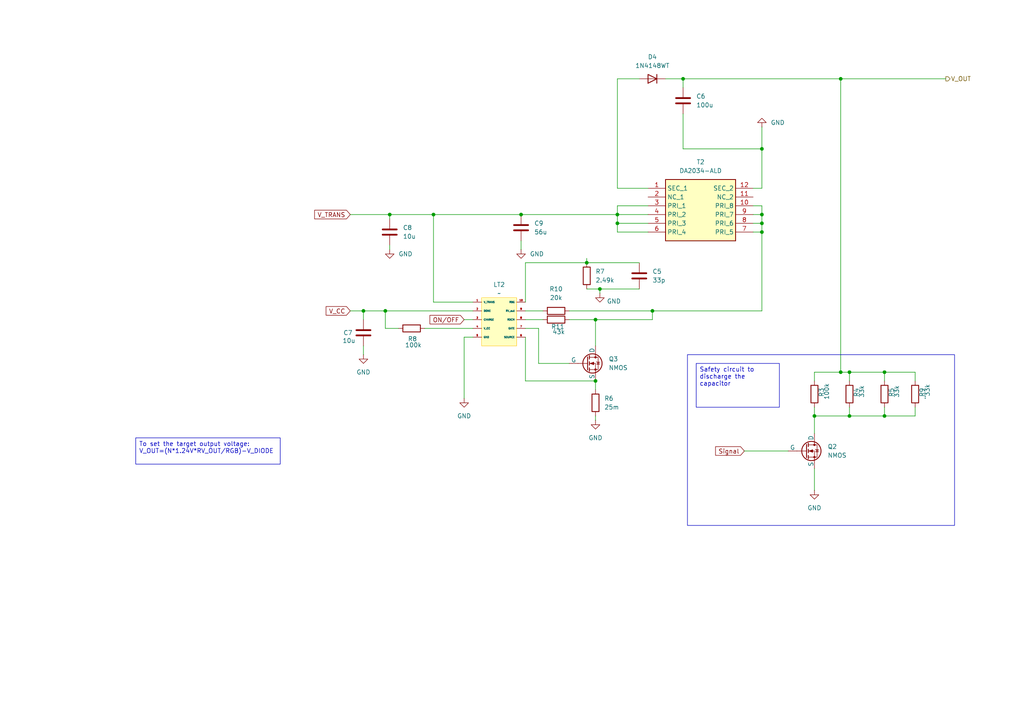
<source format=kicad_sch>
(kicad_sch (version 20231120) (generator "eeschema") (generator_version "8.0")
  (paper "A4")
  (lib_symbols
    (symbol "DA2034-ALD:DA2034-ALD"
      (property "Reference" "T" (at 26.67 7.62 0))
      (property "Value" "DA2034-ALD" (at 26.67 5.08 0))
      (symbol "DA2034-ALD_1_1"
        (rectangle (start 5.08 2.54) (end 25.4 -15.24) (stroke (width 0.254)) (fill (type background)))
        (pin passive line (at 0 0 0) (length 5.08) (name "SEC_1") (number "1"))
        (pin passive line (at 30.48 -5.08 180) (length 5.08) (name "PRI_8") (number "10"))
        (pin passive line (at 30.48 -2.54 180) (length 5.08) (name "NC_2") (number "11"))
        (pin passive line (at 30.48 0 180) (length 5.08) (name "SEC_2") (number "12"))
        (pin passive line (at 0 -2.54 0) (length 5.08) (name "NC_1") (number "2"))
        (pin passive line (at 0 -5.08 0) (length 5.08) (name "PRI_1") (number "3"))
        (pin passive line (at 0 -7.62 0) (length 5.08) (name "PRI_2") (number "4"))
        (pin passive line (at 0 -10.16 0) (length 5.08) (name "PRI_3") (number "5"))
        (pin passive line (at 0 -12.7 0) (length 5.08) (name "PRI_4") (number "6"))
        (pin passive line (at 30.48 -12.7 180) (length 5.08) (name "PRI_5") (number "7"))
        (pin passive line (at 30.48 -10.16 180) (length 5.08) (name "PRI_6") (number "8"))
        (pin passive line (at 30.48 -7.62 180) (length 5.08) (name "PRI_7") (number "9"))
      )
    )
    (symbol "Device:C" (pin_numbers hide) (pin_names (offset 0.254))
      (property "Reference" "C" (at 0.635 2.54 0))
      (property "Value" "C" (at 0.635 -2.54 0))
      (symbol "C_0_1"
        (polyline (pts (xy -2.032 -0.762) (xy 2.032 -0.762)) (stroke (width 0.508)))
        (polyline (pts (xy -2.032 0.762) (xy 2.032 0.762)) (stroke (width 0.508)))
      )
      (symbol "C_1_1"
        (pin passive line (at 0 3.81 270) (length 2.794) (name "~") (number "1"))
        (pin passive line (at 0 -3.81 90) (length 2.794) (name "~") (number "2"))
      )
    )
    (symbol "Device:R" (pin_numbers hide) (pin_names (offset 0))
      (property "Reference" "R" (at 2.032 0 90))
      (property "Value" "R" (at 0 0 90))
      (symbol "R_0_1"
        (rectangle (start -1.016 -2.54) (end 1.016 2.54) (stroke (width 0.254)))
      )
      (symbol "R_1_1"
        (pin passive line (at 0 3.81 270) (length 1.27) (name "~") (number "1"))
        (pin passive line (at 0 -3.81 90) (length 1.27) (name "~") (number "2"))
      )
    )
    (symbol "Diode:1N4148WT" (pin_numbers hide) (pin_names hide)
      (property "Reference" "D" (at 0 2.54 0))
      (property "Value" "1N4148WT" (at 0 -2.54 0))
      (symbol "1N4148WT_0_1"
        (polyline (pts (xy -1.27 1.27) (xy -1.27 -1.27)) (stroke (width 0.254)))
        (polyline (pts (xy 1.27 0) (xy -1.27 0)))
        (polyline (pts (xy 1.27 1.27) (xy 1.27 -1.27) (xy -1.27 0) (xy 1.27 1.27)) (stroke (width 0.254)))
      )
      (symbol "1N4148WT_1_1"
        (pin passive line (at -3.81 0 0) (length 2.54) (name "K") (number "1"))
        (pin passive line (at 3.81 0 180) (length 2.54) (name "A") (number "2"))
      )
    )
    (symbol "RobotCup:LT3750"
      (property "Reference" "LT3750" (at 0 0 0))
      (symbol "LT3750_1_1"
        (rectangle (start -3.81 -3.81) (end 6.35 -17.78) (stroke (width 0) (color 255 207 48 1)) (fill (type background)))
        (pin input line (at -6.35 -5.08 0) (length 2.54) (name "V_TRANS") (number "1"))
        (pin input line (at 8.89 -5.08 180) (length 2.54) (name "RBG") (number "10"))
        (pin output line (at -6.35 -7.62 0) (length 2.54) (name "DONE") (number "2"))
        (pin input line (at -6.35 -10.16 0) (length 2.54) (name "CHARGE") (number "3"))
        (pin input line (at -6.35 -12.7 0) (length 2.54) (name "V_CC") (number "4"))
        (pin input line (at -6.35 -15.24 0) (length 2.54) (name "GND") (number "5"))
        (pin input line (at 8.89 -15.24 180) (length 2.54) (name "SOURCE") (number "6"))
        (pin output line (at 8.89 -12.7 180) (length 2.54) (name "GATE") (number "7"))
        (pin input line (at 8.89 -10.16 180) (length 2.54) (name "RDCM") (number "8"))
        (pin output line (at 8.89 -7.62 180) (length 2.54) (name "RV_out") (number "9"))
      )
    )
    (symbol "Simulation_SPICE:NMOS" (pin_numbers hide) (pin_names (offset 0))
      (property "Reference" "Q" (at 5.08 1.27 0))
      (property "Value" "NMOS" (at 5.08 -1.27 0))
      (symbol "NMOS_0_1"
        (polyline (pts (xy 0.254 0) (xy -2.54 0)))
        (polyline (pts (xy 0.254 1.905) (xy 0.254 -1.905)) (stroke (width 0.254)))
        (polyline (pts (xy 0.762 -1.27) (xy 0.762 -2.286)) (stroke (width 0.254)))
        (polyline (pts (xy 0.762 0.508) (xy 0.762 -0.508)) (stroke (width 0.254)))
        (polyline (pts (xy 0.762 2.286) (xy 0.762 1.27)) (stroke (width 0.254)))
        (polyline (pts (xy 2.54 2.54) (xy 2.54 1.778)))
        (polyline (pts (xy 2.54 -2.54) (xy 2.54 0) (xy 0.762 0)))
        (polyline (pts (xy 0.762 -1.778) (xy 3.302 -1.778) (xy 3.302 1.778) (xy 0.762 1.778)))
        (polyline (pts (xy 1.016 0) (xy 2.032 0.381) (xy 2.032 -0.381) (xy 1.016 0)) (fill (type outline)))
        (polyline (pts (xy 2.794 0.508) (xy 2.921 0.381) (xy 3.683 0.381) (xy 3.81 0.254)))
        (polyline (pts (xy 3.302 0.381) (xy 2.921 -0.254) (xy 3.683 -0.254) (xy 3.302 0.381)))
        (circle (center 1.651 0) (radius 2.794) (stroke (width 0.254)))
        (circle (center 2.54 -1.778) (radius 0.254) (fill (type outline)))
        (circle (center 2.54 1.778) (radius 0.254) (fill (type outline)))
      )
      (symbol "NMOS_1_1"
        (pin passive line (at 2.54 5.08 270) (length 2.54) (name "D") (number "1"))
        (pin input line (at -5.08 0 0) (length 2.54) (name "G") (number "2"))
        (pin passive line (at 2.54 -5.08 90) (length 2.54) (name "S") (number "3"))
      )
    )
    (symbol "power:GND" (power) (pin_numbers hide) (pin_names (offset 0) hide)
      (property "Value" "GND" (at 0 -3.81 0))
      (symbol "GND_0_1"
        (polyline (pts (xy 0 0) (xy 0 -1.27) (xy 1.27 -1.27) (xy 0 -2.54) (xy -1.27 -1.27) (xy 0 -1.27)))
      )
      (symbol "GND_1_1"
        (pin power_in line (at 0 0 270) (length 0) (name "~") (number "1"))
      )
    )
  )
  (junction (at 113.03 62.23))
  (junction (at 243.84 107.95))
  (junction (at 172.72 92.71))
  (junction (at 246.38 107.95))
  (junction (at 220.98 43.18))
  (junction (at 246.38 120.65))
  (junction (at 111.76 90.17))
  (junction (at 220.98 62.23))
  (junction (at 189.23 90.17))
  (junction (at 172.72 110.49))
  (junction (at 179.07 62.23))
  (junction (at 220.98 64.77))
  (junction (at 256.54 107.95))
  (junction (at 151.13 62.23))
  (junction (at 179.07 64.77))
  (junction (at 173.99 83.82))
  (junction (at 170.18 76.2))
  (junction (at 220.98 67.31))
  (junction (at 125.73 62.23))
  (junction (at 236.22 120.65))
  (junction (at 243.84 22.86))
  (junction (at 256.54 120.65))
  (junction (at 105.41 90.17))
  (junction (at 198.12 22.86))
  (wire (pts (xy 170.18 76.2) (xy 185.42 76.2)))
  (wire (pts (xy 193.04 22.86) (xy 198.12 22.86)))
  (wire (pts (xy 179.07 67.31) (xy 187.96 67.31)))
  (wire (pts (xy 156.21 105.41) (xy 165.1 105.41)))
  (wire (pts (xy 151.13 62.23) (xy 179.07 62.23)))
  (wire (pts (xy 152.4 110.49) (xy 172.72 110.49)))
  (wire (pts (xy 125.73 62.23) (xy 151.13 62.23)))
  (wire (pts (xy 243.84 22.86) (xy 243.84 107.95)))
  (wire (pts (xy 189.23 92.71) (xy 172.72 92.71)))
  (wire (pts (xy 179.07 62.23) (xy 179.07 64.77)))
  (wire (pts (xy 218.44 64.77) (xy 220.98 64.77)))
  (wire (pts (xy 134.62 92.71) (xy 137.16 92.71)))
  (wire (pts (xy 220.98 43.18) (xy 220.98 54.61)))
  (wire (pts (xy 198.12 22.86) (xy 243.84 22.86)))
  (wire (pts (xy 236.22 120.65) (xy 236.22 125.73)))
  (wire (pts (xy 189.23 90.17) (xy 189.23 92.71)))
  (wire (pts (xy 179.07 59.69) (xy 179.07 62.23)))
  (wire (pts (xy 152.4 90.17) (xy 157.48 90.17)))
  (wire (pts (xy 220.98 67.31) (xy 220.98 90.17)))
  (wire (pts (xy 236.22 120.65) (xy 236.22 118.11)))
  (wire (pts (xy 179.07 64.77) (xy 179.07 67.31)))
  (wire (pts (xy 105.41 102.87) (xy 105.41 100.33)))
  (wire (pts (xy 152.4 92.71) (xy 157.48 92.71)))
  (wire (pts (xy 152.4 76.2) (xy 170.18 76.2)))
  (wire (pts (xy 220.98 59.69) (xy 220.98 62.23)))
  (wire (pts (xy 236.22 107.95) (xy 243.84 107.95)))
  (wire (pts (xy 246.38 107.95) (xy 246.38 110.49)))
  (wire (pts (xy 218.44 62.23) (xy 220.98 62.23)))
  (wire (pts (xy 134.62 97.79) (xy 137.16 97.79)))
  (wire (pts (xy 256.54 120.65) (xy 265.43 120.65)))
  (wire (pts (xy 220.98 64.77) (xy 220.98 67.31)))
  (wire (pts (xy 179.07 22.86) (xy 185.42 22.86)))
  (wire (pts (xy 111.76 90.17) (xy 137.16 90.17)))
  (wire (pts (xy 179.07 22.86) (xy 179.07 54.61)))
  (wire (pts (xy 156.21 95.25) (xy 152.4 95.25)))
  (wire (pts (xy 152.4 76.2) (xy 152.4 87.63)))
  (wire (pts (xy 256.54 110.49) (xy 256.54 107.95)))
  (wire (pts (xy 236.22 120.65) (xy 246.38 120.65)))
  (wire (pts (xy 173.99 83.82) (xy 185.42 83.82)))
  (wire (pts (xy 172.72 110.49) (xy 172.72 113.03)))
  (wire (pts (xy 172.72 100.33) (xy 172.72 92.71)))
  (wire (pts (xy 236.22 135.89) (xy 236.22 142.24)))
  (wire (pts (xy 105.41 90.17) (xy 111.76 90.17)))
  (wire (pts (xy 243.84 107.95) (xy 246.38 107.95)))
  (wire (pts (xy 256.54 120.65) (xy 256.54 118.11)))
  (wire (pts (xy 165.1 90.17) (xy 189.23 90.17)))
  (wire (pts (xy 151.13 69.85) (xy 151.13 72.39)))
  (wire (pts (xy 170.18 83.82) (xy 173.99 83.82)))
  (wire (pts (xy 172.72 120.65) (xy 172.72 121.92)))
  (wire (pts (xy 187.96 62.23) (xy 179.07 62.23)))
  (wire (pts (xy 123.19 95.25) (xy 137.16 95.25)))
  (wire (pts (xy 220.98 62.23) (xy 220.98 64.77)))
  (wire (pts (xy 125.73 87.63) (xy 137.16 87.63)))
  (wire (pts (xy 101.6 90.17) (xy 105.41 90.17)))
  (wire (pts (xy 218.44 59.69) (xy 220.98 59.69)))
  (wire (pts (xy 111.76 95.25) (xy 111.76 90.17)))
  (wire (pts (xy 125.73 87.63) (xy 125.73 62.23)))
  (wire (pts (xy 256.54 107.95) (xy 246.38 107.95)))
  (wire (pts (xy 187.96 59.69) (xy 179.07 59.69)))
  (wire (pts (xy 170.18 74.93) (xy 170.18 76.2)))
  (wire (pts (xy 105.41 90.17) (xy 105.41 92.71)))
  (wire (pts (xy 246.38 120.65) (xy 246.38 118.11)))
  (wire (pts (xy 173.99 83.82) (xy 173.99 85.09)))
  (wire (pts (xy 265.43 110.49) (xy 265.43 107.95)))
  (wire (pts (xy 134.62 97.79) (xy 134.62 115.57)))
  (wire (pts (xy 165.1 92.71) (xy 172.72 92.71)))
  (wire (pts (xy 265.43 120.65) (xy 265.43 118.11)))
  (wire (pts (xy 220.98 90.17) (xy 189.23 90.17)))
  (wire (pts (xy 246.38 120.65) (xy 256.54 120.65)))
  (wire (pts (xy 265.43 107.95) (xy 256.54 107.95)))
  (wire (pts (xy 113.03 62.23) (xy 113.03 63.5)))
  (wire (pts (xy 179.07 64.77) (xy 187.96 64.77)))
  (wire (pts (xy 156.21 95.25) (xy 156.21 105.41)))
  (wire (pts (xy 236.22 110.49) (xy 236.22 107.95)))
  (wire (pts (xy 215.9 130.81) (xy 228.6 130.81)))
  (wire (pts (xy 220.98 36.83) (xy 220.98 43.18)))
  (wire (pts (xy 115.57 95.25) (xy 111.76 95.25)))
  (wire (pts (xy 198.12 33.02) (xy 198.12 43.18)))
  (wire (pts (xy 113.03 71.12) (xy 113.03 72.39)))
  (wire (pts (xy 220.98 54.61) (xy 218.44 54.61)))
  (wire (pts (xy 198.12 22.86) (xy 198.12 25.4)))
  (wire (pts (xy 243.84 22.86) (xy 274.32 22.86)))
  (wire (pts (xy 113.03 62.23) (xy 125.73 62.23)))
  (wire (pts (xy 198.12 43.18) (xy 220.98 43.18)))
  (wire (pts (xy 187.96 54.61) (xy 179.07 54.61)))
  (wire (pts (xy 220.98 67.31) (xy 218.44 67.31)))
  (wire (pts (xy 152.4 97.79) (xy 152.4 110.49)))
  (wire (pts (xy 101.6 62.23) (xy 113.03 62.23)))
  (rectangle (start 199.39 102.87) (end 276.86 152.4))
  (text_box "To set the target output voltage: \nV_OUT=(N*1.24V*RV_OUT/RGB)-V_DIODE" (at 39.37 127 0) (size 41.91 7.62) (effects (font (size 1.27 1.27)) (justify left top)))
  (text_box "Safety circuit to discharge the capacitor" (at 201.93 105.41 0) (size 24.13 12.7) (effects (font (size 1.27 1.27)) (justify left top)))
  (global_label "Signal" (shape input) (at 215.9 130.81 180) (property "Intersheetrefs" "${INTERSHEET_REFS}" (effects (hide yes))))
  (global_label "ON{slash}OFF" (shape input) (at 134.62 92.71 180) (property "Intersheetrefs" "${INTERSHEET_REFS}" (effects (hide yes))))
  (global_label "V_TRANS" (shape input) (at 101.6 62.23 180) (property "Intersheetrefs" "${INTERSHEET_REFS}" (effects (hide yes))))
  (global_label "V_CC" (shape input) (at 101.6 90.17 180) (property "Intersheetrefs" "${INTERSHEET_REFS}" (effects (hide yes))))
  (hierarchical_label "V_OUT" (shape output) (at 274.32 22.86 0))
  (symbol (lib_id "Diode:1N4148WT") (at 189.23 22.86 180) (unit 1)
    (property "Reference" "D4" (at 189.23 16.51 0))
    (property "Value" "1N4148WT" (at 189.23 19.05 0))
    (property "Footprint" "Diode_SMD:D_SOD-523" (effects (hide yes)))
    (property "Datasheet" "https://www.diodes.com/assets/Datasheets/ds30396.pdf" (effects (hide yes)))
    (property "Description" "75V 0.15A Fast switching Diode, SOD-523" (effects (hide yes)))
    (property "Sim.Device" "D" (effects (hide yes)))
    (property "Sim.Pins" "1=K 2=A" (effects (hide yes)))
  )
  (symbol (lib_id "Simulation_SPICE:NMOS") (at 170.18 105.41 0) (unit 1)
    (property "Reference" "Q3" (at 176.53 104.1399 0) (effects (justify left)))
    (property "Value" "NMOS" (at 176.53 106.6799 0) (effects (justify left)))
    (property "Datasheet" "https://ngspice.sourceforge.io/docs/ngspice-html-manual/manual.xhtml#cha_MOSFETs" (effects (hide yes)))
    (property "Description" "N-MOSFET transistor, drain/source/gate" (effects (hide yes)))
    (property "Sim.Device" "NMOS" (effects (hide yes)))
    (property "Sim.Type" "VDMOS" (effects (hide yes)))
    (property "Sim.Pins" "1=D 2=G 3=S" (effects (hide yes)))
  )
  (symbol (lib_id "Simulation_SPICE:NMOS") (at 233.68 130.81 0) (unit 1)
    (property "Reference" "Q2" (at 240.03 129.5399 0) (effects (justify left)))
    (property "Value" "NMOS" (at 240.03 132.0799 0) (effects (justify left)))
    (property "Datasheet" "https://ngspice.sourceforge.io/docs/ngspice-html-manual/manual.xhtml#cha_MOSFETs" (effects (hide yes)))
    (property "Description" "N-MOSFET transistor, drain/source/gate" (effects (hide yes)))
    (property "Sim.Device" "NMOS" (effects (hide yes)))
    (property "Sim.Type" "VDMOS" (effects (hide yes)))
    (property "Sim.Pins" "1=D 2=G 3=S" (effects (hide yes)))
  )
  (symbol (lib_id "Device:R") (at 172.72 116.84 180) (unit 1)
    (property "Reference" "R6" (at 175.26 115.5699 0) (effects (justify right)))
    (property "Value" "25m" (at 175.26 118.1099 0) (effects (justify right)))
    (property "Description" "Resistor" (effects (hide yes)))
  )
  (symbol (lib_id "Device:R") (at 236.22 114.3 180) (unit 1)
    (property "Reference" "R3" (at 238.252 113.792 90))
    (property "Value" "100k" (at 239.776 113.538 90))
    (property "Description" "Resistor" (effects (hide yes)))
  )
  (symbol (lib_id "Device:C") (at 185.42 80.01 0) (unit 1)
    (property "Reference" "C5" (at 189.23 78.7399 0) (effects (justify left)))
    (property "Value" "33p" (at 189.23 81.2799 0) (effects (justify left)))
    (property "Description" "Unpolarized capacitor" (effects (hide yes)))
  )
  (symbol (lib_id "power:GND") (at 172.72 121.92 0) (unit 1)
    (property "Reference" "#PWR09" (effects (hide yes)))
    (property "Value" "GND" (at 172.72 127 0))
    (property "Description" "Power symbol creates a global label with name \"GND\" , ground" (effects (hide yes)))
  )
  (symbol (lib_id "Device:C") (at 113.03 67.31 0) (unit 1)
    (property "Reference" "C8" (at 116.84 66.0399 0) (effects (justify left)))
    (property "Value" "10u" (at 116.84 68.5799 0) (effects (justify left)))
    (property "Description" "Unpolarized capacitor" (effects (hide yes)))
  )
  (symbol (lib_id "power:GND") (at 173.99 85.09 0) (unit 1)
    (property "Reference" "#PWR05" (effects (hide yes)))
    (property "Value" "GND" (at 178.054 87.376 0))
    (property "Description" "Power symbol creates a global label with name \"GND\" , ground" (effects (hide yes)))
  )
  (symbol (lib_id "Device:C") (at 198.12 29.21 180) (unit 1)
    (property "Reference" "C6" (at 201.93 27.9399 0) (effects (justify right)))
    (property "Value" "100u" (at 201.93 30.4799 0) (effects (justify right)))
    (property "Description" "Unpolarized capacitor" (effects (hide yes)))
  )
  (symbol (lib_id "power:GND") (at 151.13 72.39 0) (unit 1)
    (property "Reference" "#PWR014" (effects (hide yes)))
    (property "Value" "GND" (at 153.67 73.6599 0) (effects (justify left)))
    (property "Description" "Power symbol creates a global label with name \"GND\" , ground" (effects (hide yes)))
  )
  (symbol (lib_id "Device:R") (at 246.38 114.3 180) (unit 1)
    (property "Reference" "R4" (at 248.412 113.792 90))
    (property "Value" "33k" (at 249.936 113.538 90))
    (property "Description" "Resistor" (effects (hide yes)))
  )
  (symbol (lib_id "power:GND") (at 134.62 115.57 0) (unit 1)
    (property "Reference" "#PWR013" (effects (hide yes)))
    (property "Value" "GND" (at 134.62 120.65 0))
    (property "Description" "Power symbol creates a global label with name \"GND\" , ground" (effects (hide yes)))
  )
  (symbol (lib_id "Device:R") (at 170.18 80.01 180) (unit 1)
    (property "Reference" "R7" (at 172.72 78.7399 0) (effects (justify right)))
    (property "Value" "2.49k" (at 172.72 81.2799 0) (effects (justify right)))
    (property "Description" "Resistor" (effects (hide yes)))
  )
  (symbol (lib_id "Device:R") (at 161.29 92.71 90) (unit 1)
    (property "Reference" "R11" (at 161.798 94.742 90))
    (property "Value" "43k" (at 162.052 96.266 90))
    (property "Description" "Resistor" (effects (hide yes)))
  )
  (symbol (lib_id "power:GND") (at 220.98 36.83 180) (unit 1)
    (property "Reference" "#PWR011" (effects (hide yes)))
    (property "Value" "GND" (at 223.52 35.5599 0) (effects (justify right)))
    (property "Description" "Power symbol creates a global label with name \"GND\" , ground" (effects (hide yes)))
  )
  (symbol (lib_id "Device:R") (at 256.54 114.3 180) (unit 1)
    (property "Reference" "R5" (at 258.572 113.792 90))
    (property "Value" "33k" (at 260.096 113.538 90))
    (property "Description" "Resistor" (effects (hide yes)))
  )
  (symbol (lib_id "DA2034-ALD:DA2034-ALD") (at 187.96 54.61 0) (unit 1)
    (property "Reference" "T2" (at 203.2 46.99 0))
    (property "Value" "DA2034-ALD" (at 203.2 49.53 0))
    (property "Footprint" "SOP300P3000X1143-12N" (effects (hide yes)))
    (property "Datasheet" "https://www.coilcraft.com/pdfs/da2032.pdf" (effects (hide yes)))
    (property "Description" "Audio Transformers / Signal Transformers DA2032 Cap Chrgr For Linear LT3750/51" (effects (hide yes)))
    (property "Height" "11.43" (effects (hide yes)))
    (property "Mouser Part Number" "994-DA2034-ALD" (effects (hide yes)))
    (property "Mouser Price/Stock" "https://www.mouser.co.uk/ProductDetail/Coilcraft/DA2034-ALD?qs=ZYnrCdKdyedtN304hL7iMg%3D%3D" (effects (hide yes)))
    (property "Manufacturer_Name" "COILCRAFT" (effects (hide yes)))
    (property "Manufacturer_Part_Number" "DA2034-ALD" (effects (hide yes)))
  )
  (symbol (lib_id "Device:R") (at 161.29 90.17 90) (unit 1)
    (property "Reference" "R10" (at 161.29 83.82 90))
    (property "Value" "20k" (at 161.29 86.36 90))
    (property "Description" "Resistor" (effects (hide yes)))
  )
  (symbol (lib_id "power:GND") (at 236.22 142.24 0) (unit 1)
    (property "Reference" "#PWR06" (effects (hide yes)))
    (property "Value" "GND" (at 236.22 147.32 0))
    (property "Description" "Power symbol creates a global label with name \"GND\" , ground" (effects (hide yes)))
  )
  (symbol (lib_id "power:GND") (at 113.03 72.39 0) (unit 1)
    (property "Reference" "#PWR012" (effects (hide yes)))
    (property "Value" "GND" (at 115.57 73.6599 0) (effects (justify left)))
    (property "Description" "Power symbol creates a global label with name \"GND\" , ground" (effects (hide yes)))
  )
  (symbol (lib_id "Device:C") (at 151.13 66.04 0) (unit 1)
    (property "Reference" "C9" (at 154.94 64.7699 0) (effects (justify left)))
    (property "Value" "56u" (at 154.94 67.3099 0) (effects (justify left)))
    (property "Description" "Unpolarized capacitor" (effects (hide yes)))
  )
  (symbol (lib_id "Device:R") (at 265.43 114.3 180) (unit 1)
    (property "Reference" "R9" (at 267.462 113.792 90))
    (property "Value" "¨33k" (at 268.986 113.538 90))
    (property "Description" "Resistor" (effects (hide yes)))
  )
  (symbol (lib_id "power:GND") (at 105.41 102.87 0) (unit 1)
    (property "Reference" "#PWR010" (effects (hide yes)))
    (property "Value" "GND" (at 105.41 107.95 0))
    (property "Description" "Power symbol creates a global label with name \"GND\" , ground" (effects (hide yes)))
  )
  (symbol (lib_id "Device:C") (at 105.41 96.52 0) (unit 1)
    (property "Reference" "C7" (at 99.568 96.52 0) (effects (justify left)))
    (property "Value" "10u" (at 99.314 98.806 0) (effects (justify left)))
    (property "Description" "Unpolarized capacitor" (effects (hide yes)))
  )
  (symbol (lib_id "Device:R") (at 119.38 95.25 90) (unit 1)
    (property "Reference" "R8" (at 119.634 98.298 90))
    (property "Value" "100k" (at 119.888 100.076 90))
    (property "Description" "Resistor" (effects (hide yes)))
  )
  (symbol (lib_id "RobotCup:LT3750") (at 143.51 82.55 0) (unit 1)
    (property "Reference" "LT2" (at 144.78 82.55 0))
    (property "Value" "~" (at 144.78 85.09 0))
    (property "Footprint" "Package_SO:MSOP-10-1EP_3x3mm_P0.5mm_EP1.73x1.98mm" (effects (hide yes)))
  )
)
</source>
